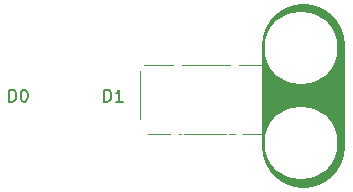
<source format=gto>
%TF.GenerationSoftware,KiCad,Pcbnew,4.0.7-e2-6376~58~ubuntu16.04.1*%
%TF.CreationDate,2018-02-09T07:07:29-08:00*%
%TF.ProjectId,2x4-Grove-Sensor-Inline,3278342D47726F76652D53656E736F72,1.0*%
%TF.FileFunction,Legend,Top*%
%FSLAX46Y46*%
G04 Gerber Fmt 4.6, Leading zero omitted, Abs format (unit mm)*
G04 Created by KiCad (PCBNEW 4.0.7-e2-6376~58~ubuntu16.04.1) date Fri Feb  9 07:07:29 2018*
%MOMM*%
%LPD*%
G01*
G04 APERTURE LIST*
%ADD10C,0.350000*%
%ADD11C,7.000000*%
%ADD12C,0.152400*%
%ADD13C,0.120000*%
%ADD14C,0.600000*%
%ADD15C,1.676400*%
%ADD16C,6.152400*%
G04 APERTURE END LIST*
D10*
D11*
X61112400Y-65811400D02*
X61112400Y-74345800D01*
D12*
X44258896Y-70589019D02*
X44258896Y-69573019D01*
X44500801Y-69573019D01*
X44645943Y-69621400D01*
X44742705Y-69718162D01*
X44791086Y-69814924D01*
X44839467Y-70008448D01*
X44839467Y-70153590D01*
X44791086Y-70347114D01*
X44742705Y-70443876D01*
X44645943Y-70540638D01*
X44500801Y-70589019D01*
X44258896Y-70589019D01*
X45807086Y-70589019D02*
X45226515Y-70589019D01*
X45516801Y-70589019D02*
X45516801Y-69573019D01*
X45420039Y-69718162D01*
X45323277Y-69814924D01*
X45226515Y-69863305D01*
X36207096Y-70589019D02*
X36207096Y-69573019D01*
X36449001Y-69573019D01*
X36594143Y-69621400D01*
X36690905Y-69718162D01*
X36739286Y-69814924D01*
X36787667Y-70008448D01*
X36787667Y-70153590D01*
X36739286Y-70347114D01*
X36690905Y-70443876D01*
X36594143Y-70540638D01*
X36449001Y-70589019D01*
X36207096Y-70589019D01*
X37416620Y-69573019D02*
X37513381Y-69573019D01*
X37610143Y-69621400D01*
X37658524Y-69669781D01*
X37706905Y-69766543D01*
X37755286Y-69960067D01*
X37755286Y-70201971D01*
X37706905Y-70395495D01*
X37658524Y-70492257D01*
X37610143Y-70540638D01*
X37513381Y-70589019D01*
X37416620Y-70589019D01*
X37319858Y-70540638D01*
X37271477Y-70492257D01*
X37223096Y-70395495D01*
X37174715Y-70201971D01*
X37174715Y-69960067D01*
X37223096Y-69766543D01*
X37271477Y-69669781D01*
X37319858Y-69621400D01*
X37416620Y-69573019D01*
D13*
X54784000Y-73353200D02*
X55384000Y-73353200D01*
X50184000Y-73353200D02*
X50784000Y-73353200D01*
X47284000Y-67503200D02*
X58334000Y-67503200D01*
X47284000Y-73353200D02*
X47284000Y-67503200D01*
X51034000Y-73353200D02*
X54534000Y-73353200D01*
X58334000Y-73353200D02*
X58334000Y-67503200D01*
X47284000Y-73353200D02*
X49934000Y-73353200D01*
X55684000Y-73353200D02*
X58334000Y-73353200D01*
%LPC*%
D14*
X50873966Y-72140482D02*
G75*
G03X55016400Y-72110600I2085034J-1900518D01*
G01*
X54993234Y-67991318D02*
G75*
G03X50850800Y-68021200I-2085034J1900518D01*
G01*
D15*
X49784000Y-70053200D03*
X51784000Y-70053200D03*
X53784000Y-70053200D03*
X55784000Y-70053200D03*
D16*
X60934600Y-74066400D03*
X44934600Y-74066400D03*
X36934600Y-74066400D03*
X36934600Y-66066400D03*
X44934600Y-66066400D03*
X60934600Y-66066400D03*
M02*

</source>
